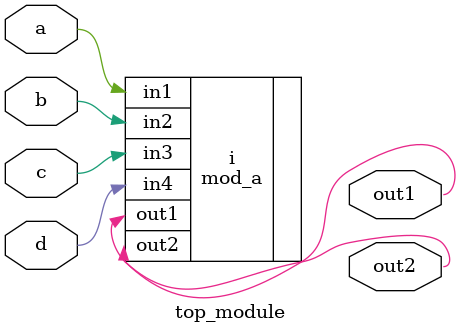
<source format=v>
module top_module ( 
    input a, 
    input b, 
    input c,
    input d,
    output out1,
    output out2
);
    mod_a i (.out1(out1), .out2(out2), .in1(a), .in2(b), .in3(c), .in4(d));
endmodule

</source>
